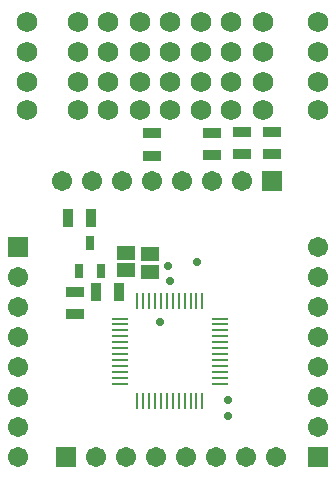
<source format=gts>
G04*
G04 #@! TF.GenerationSoftware,Altium Limited,Altium Designer,20.1.11 (218)*
G04*
G04 Layer_Color=8388736*
%FSLAX25Y25*%
%MOIN*%
G70*
G04*
G04 #@! TF.SameCoordinates,36FDBAD9-5122-4A0A-A9A9-D65628025C9C*
G04*
G04*
G04 #@! TF.FilePolarity,Negative*
G04*
G01*
G75*
%ADD19R,0.05800X0.01100*%
%ADD20R,0.01100X0.05800*%
%ADD21R,0.03162X0.04737*%
%ADD22R,0.03600X0.05900*%
%ADD23R,0.06312X0.05131*%
%ADD24R,0.05900X0.03600*%
%ADD25R,0.06706X0.06706*%
%ADD26C,0.06706*%
%ADD27R,0.06706X0.06706*%
%ADD28C,0.02800*%
%ADD29C,0.06800*%
D19*
X598000Y154347D02*
D03*
Y156315D02*
D03*
Y158283D02*
D03*
Y160252D02*
D03*
Y162221D02*
D03*
Y164189D02*
D03*
Y166157D02*
D03*
Y168126D02*
D03*
Y170095D02*
D03*
Y172063D02*
D03*
Y174031D02*
D03*
Y176000D02*
D03*
X631200D02*
D03*
Y174031D02*
D03*
Y172063D02*
D03*
Y170095D02*
D03*
Y168126D02*
D03*
Y166157D02*
D03*
Y164189D02*
D03*
Y162221D02*
D03*
Y160252D02*
D03*
Y158283D02*
D03*
Y156315D02*
D03*
Y154347D02*
D03*
D20*
X603773Y181773D02*
D03*
X605742D02*
D03*
X607710D02*
D03*
X609679D02*
D03*
X611647D02*
D03*
X613616D02*
D03*
X615584D02*
D03*
X617553D02*
D03*
X619521D02*
D03*
X621490D02*
D03*
X623458D02*
D03*
X625427D02*
D03*
Y148573D02*
D03*
X623458D02*
D03*
X621490D02*
D03*
X619521D02*
D03*
X617553D02*
D03*
X615584D02*
D03*
X613616D02*
D03*
X611647D02*
D03*
X609679D02*
D03*
X607710D02*
D03*
X605742D02*
D03*
X603773D02*
D03*
D21*
X588000Y201224D02*
D03*
X591740Y191776D02*
D03*
X584260D02*
D03*
D22*
X580750Y209500D02*
D03*
X588250D02*
D03*
X590000Y185000D02*
D03*
X597500D02*
D03*
D23*
X608000Y197453D02*
D03*
Y191547D02*
D03*
X600000Y197953D02*
D03*
Y192047D02*
D03*
D24*
X583000Y177500D02*
D03*
Y185000D02*
D03*
X648500Y230750D02*
D03*
Y238250D02*
D03*
X638500Y230750D02*
D03*
Y238250D02*
D03*
X628500Y230500D02*
D03*
Y238000D02*
D03*
X608500Y237750D02*
D03*
Y230250D02*
D03*
D25*
X580000Y130000D02*
D03*
X648500Y222000D02*
D03*
D26*
X590000Y130000D02*
D03*
X600000D02*
D03*
X610000D02*
D03*
X620000D02*
D03*
X630000D02*
D03*
X640000D02*
D03*
X650000D02*
D03*
X564000Y190000D02*
D03*
Y180000D02*
D03*
Y170000D02*
D03*
Y160000D02*
D03*
Y150000D02*
D03*
Y140000D02*
D03*
Y130000D02*
D03*
X664000Y140000D02*
D03*
Y150000D02*
D03*
Y160000D02*
D03*
Y170000D02*
D03*
Y180000D02*
D03*
Y190000D02*
D03*
Y200000D02*
D03*
X638500Y222000D02*
D03*
X628500D02*
D03*
X618500D02*
D03*
X608500D02*
D03*
X598500D02*
D03*
X588500D02*
D03*
X578500D02*
D03*
D27*
X564000Y200000D02*
D03*
X664000Y130000D02*
D03*
D28*
X623500Y195000D02*
D03*
X614000Y193500D02*
D03*
X614500Y188500D02*
D03*
X611412Y174912D02*
D03*
X634000Y149000D02*
D03*
Y143500D02*
D03*
D29*
X664000Y245500D02*
D03*
Y255000D02*
D03*
Y265000D02*
D03*
Y275000D02*
D03*
X625000Y245500D02*
D03*
Y255000D02*
D03*
Y265000D02*
D03*
Y275000D02*
D03*
X635000D02*
D03*
Y265000D02*
D03*
Y255000D02*
D03*
Y245500D02*
D03*
X645500Y275000D02*
D03*
Y265000D02*
D03*
Y255000D02*
D03*
Y245500D02*
D03*
X604500D02*
D03*
Y255000D02*
D03*
Y265000D02*
D03*
Y275000D02*
D03*
X614500D02*
D03*
Y265000D02*
D03*
Y255000D02*
D03*
Y245500D02*
D03*
X594000D02*
D03*
Y255000D02*
D03*
Y265000D02*
D03*
Y275000D02*
D03*
X584000D02*
D03*
Y265000D02*
D03*
Y255000D02*
D03*
Y245500D02*
D03*
X567000D02*
D03*
Y255000D02*
D03*
Y265000D02*
D03*
Y275000D02*
D03*
M02*

</source>
